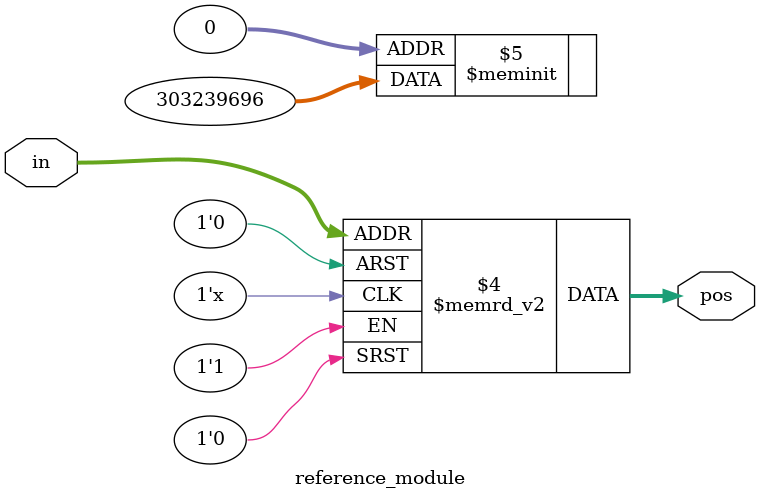
<source format=sv>
module reference_module (
	input [3:0] in,
	output reg [1:0] pos
);

	always @(*) begin
		case (in)
			4'h0: pos = 2'h0;
			4'h1: pos = 2'h0;
			4'h2: pos = 2'h1;
			4'h3: pos = 2'h0;
			4'h4: pos = 2'h2;
			4'h5: pos = 2'h0;
			4'h6: pos = 2'h1;
			4'h7: pos = 2'h0;
			4'h8: pos = 2'h3;
			4'h9: pos = 2'h0;
			4'ha: pos = 2'h1;
			4'hb: pos = 2'h0;
			4'hc: pos = 2'h2;
			4'hd: pos = 2'h0;
			4'he: pos = 2'h1;
			4'hf: pos = 2'h0;
			default: pos = 2'b0;
		endcase
	end
	
endmodule

</source>
